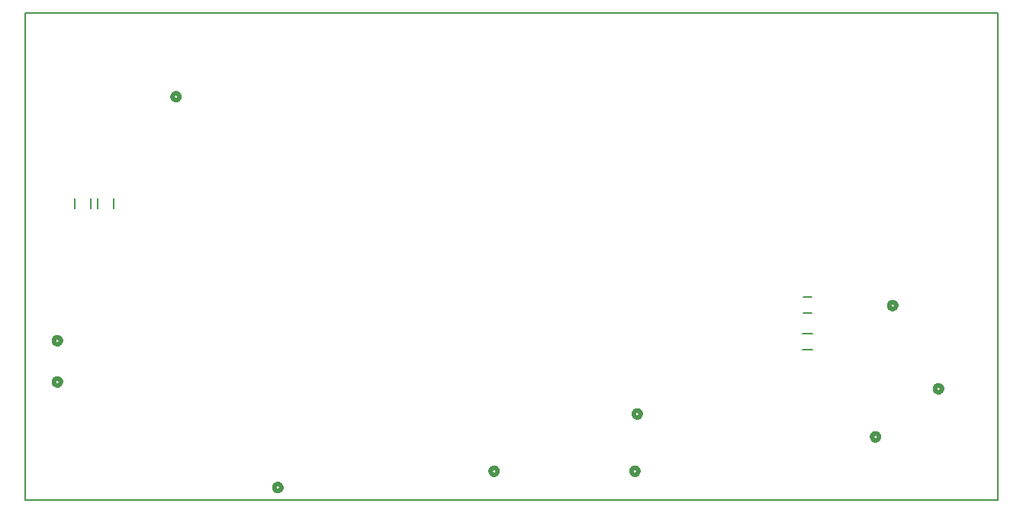
<source format=gbr>
G04 PROTEUS RS274X GERBER FILE*
%FSLAX45Y45*%
%MOMM*%
G01*
%ADD28C,0.203200*%
%ADD72C,0.508000*%
%ADD30C,0.200000*%
D28*
X-1079500Y-6413500D02*
X+9715500Y-6413500D01*
X+9715500Y-1016000D01*
X-1079500Y-1016000D01*
X-1079500Y-6413500D01*
D72*
X+9093200Y-5181500D02*
X+9093069Y-5178342D01*
X+9092003Y-5172024D01*
X+9089772Y-5165706D01*
X+9086127Y-5159388D01*
X+9080552Y-5153149D01*
X+9074234Y-5148553D01*
X+9067916Y-5145620D01*
X+9061598Y-5143958D01*
X+9055280Y-5143400D01*
X+9055100Y-5143400D01*
X+9017000Y-5181500D02*
X+9017131Y-5178342D01*
X+9018197Y-5172024D01*
X+9020428Y-5165706D01*
X+9024073Y-5159388D01*
X+9029648Y-5153149D01*
X+9035966Y-5148553D01*
X+9042284Y-5145620D01*
X+9048602Y-5143958D01*
X+9054920Y-5143400D01*
X+9055100Y-5143400D01*
X+9017000Y-5181500D02*
X+9017131Y-5184658D01*
X+9018197Y-5190976D01*
X+9020428Y-5197294D01*
X+9024073Y-5203612D01*
X+9029648Y-5209851D01*
X+9035966Y-5214447D01*
X+9042284Y-5217380D01*
X+9048602Y-5219042D01*
X+9054920Y-5219600D01*
X+9055100Y-5219600D01*
X+9093200Y-5181500D02*
X+9093069Y-5184658D01*
X+9092003Y-5190976D01*
X+9089772Y-5197294D01*
X+9086127Y-5203612D01*
X+9080552Y-5209851D01*
X+9074234Y-5214447D01*
X+9067916Y-5217380D01*
X+9061598Y-5219042D01*
X+9055280Y-5219600D01*
X+9055100Y-5219600D01*
X+8394600Y-5715000D02*
X+8394469Y-5711842D01*
X+8393403Y-5705524D01*
X+8391172Y-5699206D01*
X+8387527Y-5692888D01*
X+8381952Y-5686649D01*
X+8375634Y-5682053D01*
X+8369316Y-5679120D01*
X+8362998Y-5677458D01*
X+8356680Y-5676900D01*
X+8356500Y-5676900D01*
X+8318400Y-5715000D02*
X+8318531Y-5711842D01*
X+8319597Y-5705524D01*
X+8321828Y-5699206D01*
X+8325473Y-5692888D01*
X+8331048Y-5686649D01*
X+8337366Y-5682053D01*
X+8343684Y-5679120D01*
X+8350002Y-5677458D01*
X+8356320Y-5676900D01*
X+8356500Y-5676900D01*
X+8318400Y-5715000D02*
X+8318531Y-5718158D01*
X+8319597Y-5724476D01*
X+8321828Y-5730794D01*
X+8325473Y-5737112D01*
X+8331048Y-5743351D01*
X+8337366Y-5747947D01*
X+8343684Y-5750880D01*
X+8350002Y-5752542D01*
X+8356320Y-5753100D01*
X+8356500Y-5753100D01*
X+8394600Y-5715000D02*
X+8394469Y-5718158D01*
X+8393403Y-5724476D01*
X+8391172Y-5730794D01*
X+8387527Y-5737112D01*
X+8381952Y-5743351D01*
X+8375634Y-5747947D01*
X+8369316Y-5750880D01*
X+8362998Y-5752542D01*
X+8356680Y-5753100D01*
X+8356500Y-5753100D01*
X+4162600Y-6096000D02*
X+4162469Y-6092842D01*
X+4161403Y-6086524D01*
X+4159172Y-6080206D01*
X+4155527Y-6073888D01*
X+4149952Y-6067649D01*
X+4143634Y-6063053D01*
X+4137316Y-6060120D01*
X+4130998Y-6058458D01*
X+4124680Y-6057900D01*
X+4124500Y-6057900D01*
X+4086400Y-6096000D02*
X+4086531Y-6092842D01*
X+4087597Y-6086524D01*
X+4089828Y-6080206D01*
X+4093473Y-6073888D01*
X+4099048Y-6067649D01*
X+4105366Y-6063053D01*
X+4111684Y-6060120D01*
X+4118002Y-6058458D01*
X+4124320Y-6057900D01*
X+4124500Y-6057900D01*
X+4086400Y-6096000D02*
X+4086531Y-6099158D01*
X+4087597Y-6105476D01*
X+4089828Y-6111794D01*
X+4093473Y-6118112D01*
X+4099048Y-6124351D01*
X+4105366Y-6128947D01*
X+4111684Y-6131880D01*
X+4118002Y-6133542D01*
X+4124320Y-6134100D01*
X+4124500Y-6134100D01*
X+4162600Y-6096000D02*
X+4162469Y-6099158D01*
X+4161403Y-6105476D01*
X+4159172Y-6111794D01*
X+4155527Y-6118112D01*
X+4149952Y-6124351D01*
X+4143634Y-6128947D01*
X+4137316Y-6131880D01*
X+4130998Y-6133542D01*
X+4124680Y-6134100D01*
X+4124500Y-6134100D01*
X+5724600Y-6096000D02*
X+5724469Y-6092842D01*
X+5723403Y-6086524D01*
X+5721172Y-6080206D01*
X+5717527Y-6073888D01*
X+5711952Y-6067649D01*
X+5705634Y-6063053D01*
X+5699316Y-6060120D01*
X+5692998Y-6058458D01*
X+5686680Y-6057900D01*
X+5686500Y-6057900D01*
X+5648400Y-6096000D02*
X+5648531Y-6092842D01*
X+5649597Y-6086524D01*
X+5651828Y-6080206D01*
X+5655473Y-6073888D01*
X+5661048Y-6067649D01*
X+5667366Y-6063053D01*
X+5673684Y-6060120D01*
X+5680002Y-6058458D01*
X+5686320Y-6057900D01*
X+5686500Y-6057900D01*
X+5648400Y-6096000D02*
X+5648531Y-6099158D01*
X+5649597Y-6105476D01*
X+5651828Y-6111794D01*
X+5655473Y-6118112D01*
X+5661048Y-6124351D01*
X+5667366Y-6128947D01*
X+5673684Y-6131880D01*
X+5680002Y-6133542D01*
X+5686320Y-6134100D01*
X+5686500Y-6134100D01*
X+5724600Y-6096000D02*
X+5724469Y-6099158D01*
X+5723403Y-6105476D01*
X+5721172Y-6111794D01*
X+5717527Y-6118112D01*
X+5711952Y-6124351D01*
X+5705634Y-6128947D01*
X+5699316Y-6131880D01*
X+5692998Y-6133542D01*
X+5686680Y-6134100D01*
X+5686500Y-6134100D01*
X+5750100Y-5461000D02*
X+5749969Y-5457842D01*
X+5748903Y-5451524D01*
X+5746672Y-5445206D01*
X+5743027Y-5438888D01*
X+5737452Y-5432649D01*
X+5731134Y-5428053D01*
X+5724816Y-5425120D01*
X+5718498Y-5423458D01*
X+5712180Y-5422900D01*
X+5712000Y-5422900D01*
X+5673900Y-5461000D02*
X+5674031Y-5457842D01*
X+5675097Y-5451524D01*
X+5677328Y-5445206D01*
X+5680973Y-5438888D01*
X+5686548Y-5432649D01*
X+5692866Y-5428053D01*
X+5699184Y-5425120D01*
X+5705502Y-5423458D01*
X+5711820Y-5422900D01*
X+5712000Y-5422900D01*
X+5673900Y-5461000D02*
X+5674031Y-5464158D01*
X+5675097Y-5470476D01*
X+5677328Y-5476794D01*
X+5680973Y-5483112D01*
X+5686548Y-5489351D01*
X+5692866Y-5493947D01*
X+5699184Y-5496880D01*
X+5705502Y-5498542D01*
X+5711820Y-5499100D01*
X+5712000Y-5499100D01*
X+5750100Y-5461000D02*
X+5749969Y-5464158D01*
X+5748903Y-5470476D01*
X+5746672Y-5476794D01*
X+5743027Y-5483112D01*
X+5737452Y-5489351D01*
X+5731134Y-5493947D01*
X+5724816Y-5496880D01*
X+5718498Y-5498542D01*
X+5712180Y-5499100D01*
X+5712000Y-5499100D01*
X+1761085Y-6276892D02*
X+1760954Y-6273734D01*
X+1759888Y-6267416D01*
X+1757657Y-6261098D01*
X+1754012Y-6254780D01*
X+1748437Y-6248541D01*
X+1742119Y-6243945D01*
X+1735801Y-6241012D01*
X+1729483Y-6239350D01*
X+1723165Y-6238792D01*
X+1722985Y-6238792D01*
X+1684885Y-6276892D02*
X+1685016Y-6273734D01*
X+1686082Y-6267416D01*
X+1688313Y-6261098D01*
X+1691958Y-6254780D01*
X+1697533Y-6248541D01*
X+1703851Y-6243945D01*
X+1710169Y-6241012D01*
X+1716487Y-6239350D01*
X+1722805Y-6238792D01*
X+1722985Y-6238792D01*
X+1684885Y-6276892D02*
X+1685016Y-6280050D01*
X+1686082Y-6286368D01*
X+1688313Y-6292686D01*
X+1691958Y-6299004D01*
X+1697533Y-6305243D01*
X+1703851Y-6309839D01*
X+1710169Y-6312772D01*
X+1716487Y-6314434D01*
X+1722805Y-6314992D01*
X+1722985Y-6314992D01*
X+1761085Y-6276892D02*
X+1760954Y-6280050D01*
X+1759888Y-6286368D01*
X+1757657Y-6292686D01*
X+1754012Y-6299004D01*
X+1748437Y-6305243D01*
X+1742119Y-6309839D01*
X+1735801Y-6312772D01*
X+1729483Y-6314434D01*
X+1723165Y-6314992D01*
X+1722985Y-6314992D01*
X+631800Y-1943100D02*
X+631669Y-1939942D01*
X+630603Y-1933624D01*
X+628372Y-1927306D01*
X+624727Y-1920988D01*
X+619152Y-1914749D01*
X+612834Y-1910153D01*
X+606516Y-1907220D01*
X+600198Y-1905558D01*
X+593880Y-1905000D01*
X+593700Y-1905000D01*
X+555600Y-1943100D02*
X+555731Y-1939942D01*
X+556797Y-1933624D01*
X+559028Y-1927306D01*
X+562673Y-1920988D01*
X+568248Y-1914749D01*
X+574566Y-1910153D01*
X+580884Y-1907220D01*
X+587202Y-1905558D01*
X+593520Y-1905000D01*
X+593700Y-1905000D01*
X+555600Y-1943100D02*
X+555731Y-1946258D01*
X+556797Y-1952576D01*
X+559028Y-1958894D01*
X+562673Y-1965212D01*
X+568248Y-1971451D01*
X+574566Y-1976047D01*
X+580884Y-1978980D01*
X+587202Y-1980642D01*
X+593520Y-1981200D01*
X+593700Y-1981200D01*
X+631800Y-1943100D02*
X+631669Y-1946258D01*
X+630603Y-1952576D01*
X+628372Y-1958894D01*
X+624727Y-1965212D01*
X+619152Y-1971451D01*
X+612834Y-1976047D01*
X+606516Y-1978980D01*
X+600198Y-1980642D01*
X+593880Y-1981200D01*
X+593700Y-1981200D01*
D30*
X-354500Y-3066800D02*
X-354500Y-3176800D01*
X-534500Y-3066800D02*
X-534500Y-3176800D01*
X-100500Y-3066800D02*
X-100500Y-3176800D01*
X-280500Y-3066800D02*
X-280500Y-3176800D01*
D72*
X-685800Y-4648200D02*
X-685931Y-4645042D01*
X-686997Y-4638724D01*
X-689228Y-4632406D01*
X-692873Y-4626088D01*
X-698448Y-4619849D01*
X-704766Y-4615253D01*
X-711084Y-4612320D01*
X-717402Y-4610658D01*
X-723720Y-4610100D01*
X-723900Y-4610100D01*
X-762000Y-4648200D02*
X-761869Y-4645042D01*
X-760803Y-4638724D01*
X-758572Y-4632406D01*
X-754927Y-4626088D01*
X-749352Y-4619849D01*
X-743034Y-4615253D01*
X-736716Y-4612320D01*
X-730398Y-4610658D01*
X-724080Y-4610100D01*
X-723900Y-4610100D01*
X-762000Y-4648200D02*
X-761869Y-4651358D01*
X-760803Y-4657676D01*
X-758572Y-4663994D01*
X-754927Y-4670312D01*
X-749352Y-4676551D01*
X-743034Y-4681147D01*
X-736716Y-4684080D01*
X-730398Y-4685742D01*
X-724080Y-4686300D01*
X-723900Y-4686300D01*
X-685800Y-4648200D02*
X-685931Y-4651358D01*
X-686997Y-4657676D01*
X-689228Y-4663994D01*
X-692873Y-4670312D01*
X-698448Y-4676551D01*
X-704766Y-4681147D01*
X-711084Y-4684080D01*
X-717402Y-4685742D01*
X-723720Y-4686300D01*
X-723900Y-4686300D01*
X-685800Y-5105400D02*
X-685931Y-5102242D01*
X-686997Y-5095924D01*
X-689228Y-5089606D01*
X-692873Y-5083288D01*
X-698448Y-5077049D01*
X-704766Y-5072453D01*
X-711084Y-5069520D01*
X-717402Y-5067858D01*
X-723720Y-5067300D01*
X-723900Y-5067300D01*
X-762000Y-5105400D02*
X-761869Y-5102242D01*
X-760803Y-5095924D01*
X-758572Y-5089606D01*
X-754927Y-5083288D01*
X-749352Y-5077049D01*
X-743034Y-5072453D01*
X-736716Y-5069520D01*
X-730398Y-5067858D01*
X-724080Y-5067300D01*
X-723900Y-5067300D01*
X-762000Y-5105400D02*
X-761869Y-5108558D01*
X-760803Y-5114876D01*
X-758572Y-5121194D01*
X-754927Y-5127512D01*
X-749352Y-5133751D01*
X-743034Y-5138347D01*
X-736716Y-5141280D01*
X-730398Y-5142942D01*
X-724080Y-5143500D01*
X-723900Y-5143500D01*
X-685800Y-5105400D02*
X-685931Y-5108558D01*
X-686997Y-5114876D01*
X-689228Y-5121194D01*
X-692873Y-5127512D01*
X-698448Y-5133751D01*
X-704766Y-5138347D01*
X-711084Y-5141280D01*
X-717402Y-5142942D01*
X-723720Y-5143500D01*
X-723900Y-5143500D01*
D30*
X+7659900Y-4750900D02*
X+7549900Y-4750900D01*
X+7659900Y-4570900D02*
X+7549900Y-4570900D01*
X+7552000Y-4164500D02*
X+7652000Y-4164500D01*
X+7552000Y-4344500D02*
X+7652000Y-4344500D01*
D72*
X+8585200Y-4257700D02*
X+8585069Y-4254542D01*
X+8584003Y-4248224D01*
X+8581772Y-4241906D01*
X+8578127Y-4235588D01*
X+8572552Y-4229349D01*
X+8566234Y-4224753D01*
X+8559916Y-4221820D01*
X+8553598Y-4220158D01*
X+8547280Y-4219600D01*
X+8547100Y-4219600D01*
X+8509000Y-4257700D02*
X+8509131Y-4254542D01*
X+8510197Y-4248224D01*
X+8512428Y-4241906D01*
X+8516073Y-4235588D01*
X+8521648Y-4229349D01*
X+8527966Y-4224753D01*
X+8534284Y-4221820D01*
X+8540602Y-4220158D01*
X+8546920Y-4219600D01*
X+8547100Y-4219600D01*
X+8509000Y-4257700D02*
X+8509131Y-4260858D01*
X+8510197Y-4267176D01*
X+8512428Y-4273494D01*
X+8516073Y-4279812D01*
X+8521648Y-4286051D01*
X+8527966Y-4290647D01*
X+8534284Y-4293580D01*
X+8540602Y-4295242D01*
X+8546920Y-4295800D01*
X+8547100Y-4295800D01*
X+8585200Y-4257700D02*
X+8585069Y-4260858D01*
X+8584003Y-4267176D01*
X+8581772Y-4273494D01*
X+8578127Y-4279812D01*
X+8572552Y-4286051D01*
X+8566234Y-4290647D01*
X+8559916Y-4293580D01*
X+8553598Y-4295242D01*
X+8547280Y-4295800D01*
X+8547100Y-4295800D01*
M02*

</source>
